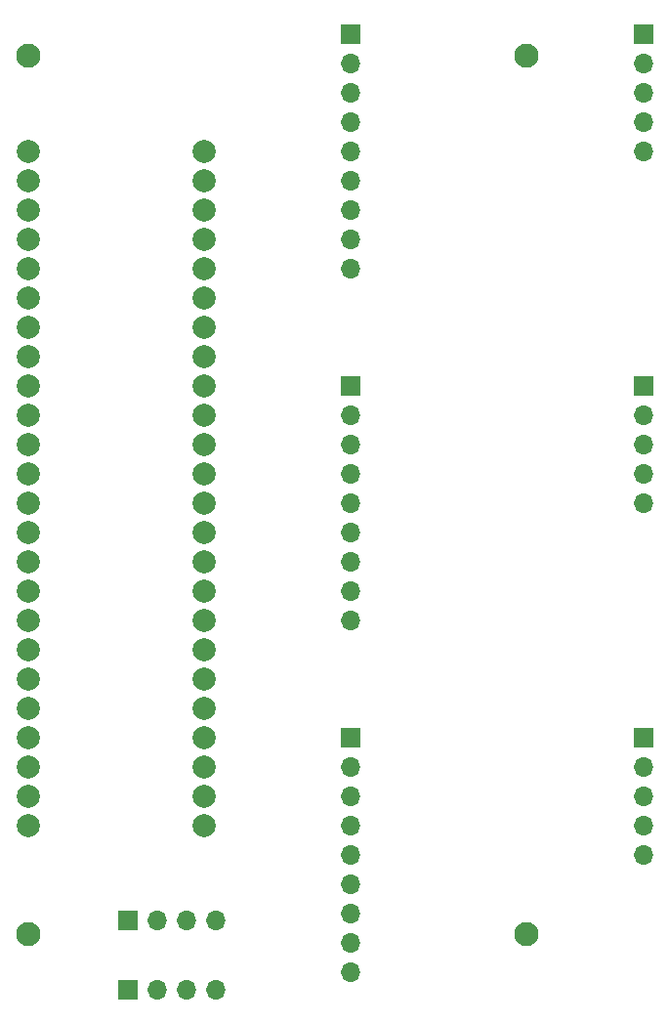
<source format=gbr>
%TF.GenerationSoftware,KiCad,Pcbnew,7.0.7*%
%TF.CreationDate,2024-05-20T18:28:41-04:00*%
%TF.ProjectId,Ground Reciever,47726f75-6e64-4205-9265-636965766572,rev?*%
%TF.SameCoordinates,Original*%
%TF.FileFunction,Soldermask,Bot*%
%TF.FilePolarity,Negative*%
%FSLAX46Y46*%
G04 Gerber Fmt 4.6, Leading zero omitted, Abs format (unit mm)*
G04 Created by KiCad (PCBNEW 7.0.7) date 2024-05-20 18:28:41*
%MOMM*%
%LPD*%
G01*
G04 APERTURE LIST*
%ADD10R,1.700000X1.700000*%
%ADD11O,1.700000X1.700000*%
%ADD12C,2.100000*%
%ADD13C,2.000000*%
G04 APERTURE END LIST*
D10*
%TO.C,Serial8*%
X133120000Y-131400000D03*
D11*
X135660000Y-131400000D03*
X138200000Y-131400000D03*
X140740000Y-131400000D03*
%TD*%
D10*
%TO.C,Serial1*%
X133120000Y-137400000D03*
D11*
X135660000Y-137400000D03*
X138200000Y-137400000D03*
X140740000Y-137400000D03*
%TD*%
D10*
%TO.C,J3*%
X152400000Y-85090000D03*
D11*
X152400000Y-87630000D03*
X152400000Y-90170000D03*
X152400000Y-92710000D03*
X152400000Y-95250000D03*
X152400000Y-97790000D03*
X152400000Y-100330000D03*
X152400000Y-102870000D03*
X152400000Y-105410000D03*
%TD*%
D12*
%TO.C,H1*%
X167640000Y-132540000D03*
%TD*%
%TO.C,H4*%
X124460000Y-56420000D03*
%TD*%
D10*
%TO.C,J2*%
X177800000Y-54610000D03*
D11*
X177800000Y-57150000D03*
X177800000Y-59690000D03*
X177800000Y-62230000D03*
X177800000Y-64770000D03*
%TD*%
D13*
%TO.C,Teensy4.1*%
X124460000Y-64770000D03*
X124460000Y-67310000D03*
X124460000Y-69850000D03*
X124460000Y-72390000D03*
X124460000Y-74930000D03*
X124460000Y-77470000D03*
X124460000Y-80010000D03*
X124460000Y-82550000D03*
X124460000Y-85090000D03*
X124460000Y-87630000D03*
X124460000Y-90170000D03*
X124460000Y-92710000D03*
X124460000Y-95250000D03*
X124460000Y-97790000D03*
X124460000Y-100330000D03*
X124460000Y-102870000D03*
X124460000Y-105410000D03*
X124460000Y-107950000D03*
X124460000Y-110490000D03*
X124460000Y-113030000D03*
X124460000Y-115570000D03*
X124460000Y-118110000D03*
X124460000Y-120650000D03*
X124460000Y-123190000D03*
X139700000Y-123190000D03*
X139700000Y-120650000D03*
X139700000Y-118110000D03*
X139700000Y-115570000D03*
X139700000Y-113030000D03*
X139700000Y-110490000D03*
X139700000Y-107950000D03*
X139700000Y-105410000D03*
X139700000Y-102870000D03*
X139700000Y-100330000D03*
X139700000Y-97790000D03*
X139700000Y-95250000D03*
X139700000Y-92710000D03*
X139700000Y-90170000D03*
X139700000Y-87630000D03*
X139700000Y-85090000D03*
X139700000Y-82550000D03*
X139700000Y-80010000D03*
X139700000Y-77470000D03*
X139700000Y-74930000D03*
X139700000Y-72390000D03*
X139700000Y-69850000D03*
X139700000Y-67310000D03*
X139700000Y-64770000D03*
%TD*%
D10*
%TO.C,J5*%
X152400000Y-115570000D03*
D11*
X152400000Y-118110000D03*
X152400000Y-120650000D03*
X152400000Y-123190000D03*
X152400000Y-125730000D03*
X152400000Y-128270000D03*
X152400000Y-130810000D03*
X152400000Y-133350000D03*
X152400000Y-135890000D03*
%TD*%
D12*
%TO.C,H3*%
X167640000Y-56420000D03*
%TD*%
D10*
%TO.C,J6*%
X177800000Y-115570000D03*
D11*
X177800000Y-118110000D03*
X177800000Y-120650000D03*
X177800000Y-123190000D03*
X177800000Y-125730000D03*
%TD*%
D12*
%TO.C,H2*%
X124460000Y-132540000D03*
%TD*%
D11*
%TO.C,J4*%
X177800000Y-95250000D03*
X177800000Y-92710000D03*
X177800000Y-90170000D03*
X177800000Y-87630000D03*
D10*
X177800000Y-85090000D03*
%TD*%
%TO.C,J1*%
X152400000Y-54610000D03*
D11*
X152400000Y-57150000D03*
X152400000Y-59690000D03*
X152400000Y-62230000D03*
X152400000Y-64770000D03*
X152400000Y-67310000D03*
X152400000Y-69850000D03*
X152400000Y-72390000D03*
X152400000Y-74930000D03*
%TD*%
M02*

</source>
